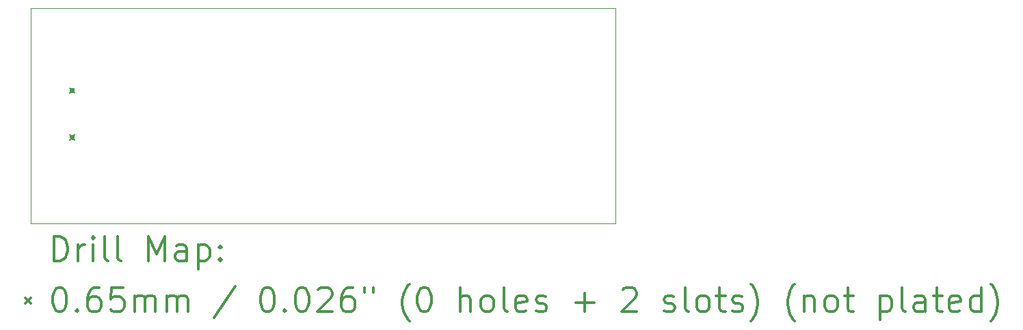
<source format=gbr>
%FSLAX45Y45*%
G04 Gerber Fmt 4.5, Leading zero omitted, Abs format (unit mm)*
G04 Created by KiCad (PCBNEW 5.1.9+dfsg1-1) date 2022-01-14 18:58:47*
%MOMM*%
%LPD*%
G01*
G04 APERTURE LIST*
%TA.AperFunction,Profile*%
%ADD10C,0.050000*%
%TD*%
%ADD11C,0.200000*%
%ADD12C,0.300000*%
G04 APERTURE END LIST*
D10*
X10096500Y-8826500D02*
X10096500Y-6159500D01*
X10096500Y-8826500D02*
X17335500Y-8826500D01*
X17335500Y-8826500D02*
X17335500Y-6159500D01*
X10096500Y-6159500D02*
X17335500Y-6159500D01*
D11*
X10574000Y-7152450D02*
X10639000Y-7217450D01*
X10639000Y-7152450D02*
X10574000Y-7217450D01*
X10606500Y-7162450D02*
X10606500Y-7162450D01*
X10606500Y-7207450D02*
X10606500Y-7207450D01*
X10606500Y-7162450D02*
G75*
G03*
X10606500Y-7207450I0J-22500D01*
G01*
X10606500Y-7207450D02*
G75*
G03*
X10606500Y-7162450I0J22500D01*
G01*
X10574000Y-7730450D02*
X10639000Y-7795450D01*
X10639000Y-7730450D02*
X10574000Y-7795450D01*
X10606500Y-7740450D02*
X10606500Y-7740450D01*
X10606500Y-7785450D02*
X10606500Y-7785450D01*
X10606500Y-7740450D02*
G75*
G03*
X10606500Y-7785450I0J-22500D01*
G01*
X10606500Y-7785450D02*
G75*
G03*
X10606500Y-7740450I0J22500D01*
G01*
D12*
X10380428Y-9294714D02*
X10380428Y-8994714D01*
X10451857Y-8994714D01*
X10494714Y-9009000D01*
X10523286Y-9037572D01*
X10537571Y-9066143D01*
X10551857Y-9123286D01*
X10551857Y-9166143D01*
X10537571Y-9223286D01*
X10523286Y-9251857D01*
X10494714Y-9280429D01*
X10451857Y-9294714D01*
X10380428Y-9294714D01*
X10680428Y-9294714D02*
X10680428Y-9094714D01*
X10680428Y-9151857D02*
X10694714Y-9123286D01*
X10709000Y-9109000D01*
X10737571Y-9094714D01*
X10766143Y-9094714D01*
X10866143Y-9294714D02*
X10866143Y-9094714D01*
X10866143Y-8994714D02*
X10851857Y-9009000D01*
X10866143Y-9023286D01*
X10880428Y-9009000D01*
X10866143Y-8994714D01*
X10866143Y-9023286D01*
X11051857Y-9294714D02*
X11023286Y-9280429D01*
X11009000Y-9251857D01*
X11009000Y-8994714D01*
X11209000Y-9294714D02*
X11180428Y-9280429D01*
X11166143Y-9251857D01*
X11166143Y-8994714D01*
X11551857Y-9294714D02*
X11551857Y-8994714D01*
X11651857Y-9209000D01*
X11751857Y-8994714D01*
X11751857Y-9294714D01*
X12023286Y-9294714D02*
X12023286Y-9137572D01*
X12009000Y-9109000D01*
X11980428Y-9094714D01*
X11923286Y-9094714D01*
X11894714Y-9109000D01*
X12023286Y-9280429D02*
X11994714Y-9294714D01*
X11923286Y-9294714D01*
X11894714Y-9280429D01*
X11880428Y-9251857D01*
X11880428Y-9223286D01*
X11894714Y-9194714D01*
X11923286Y-9180429D01*
X11994714Y-9180429D01*
X12023286Y-9166143D01*
X12166143Y-9094714D02*
X12166143Y-9394714D01*
X12166143Y-9109000D02*
X12194714Y-9094714D01*
X12251857Y-9094714D01*
X12280428Y-9109000D01*
X12294714Y-9123286D01*
X12309000Y-9151857D01*
X12309000Y-9237572D01*
X12294714Y-9266143D01*
X12280428Y-9280429D01*
X12251857Y-9294714D01*
X12194714Y-9294714D01*
X12166143Y-9280429D01*
X12437571Y-9266143D02*
X12451857Y-9280429D01*
X12437571Y-9294714D01*
X12423286Y-9280429D01*
X12437571Y-9266143D01*
X12437571Y-9294714D01*
X12437571Y-9109000D02*
X12451857Y-9123286D01*
X12437571Y-9137572D01*
X12423286Y-9123286D01*
X12437571Y-9109000D01*
X12437571Y-9137572D01*
X10029000Y-9756500D02*
X10094000Y-9821500D01*
X10094000Y-9756500D02*
X10029000Y-9821500D01*
X10437571Y-9624714D02*
X10466143Y-9624714D01*
X10494714Y-9639000D01*
X10509000Y-9653286D01*
X10523286Y-9681857D01*
X10537571Y-9739000D01*
X10537571Y-9810429D01*
X10523286Y-9867572D01*
X10509000Y-9896143D01*
X10494714Y-9910429D01*
X10466143Y-9924714D01*
X10437571Y-9924714D01*
X10409000Y-9910429D01*
X10394714Y-9896143D01*
X10380428Y-9867572D01*
X10366143Y-9810429D01*
X10366143Y-9739000D01*
X10380428Y-9681857D01*
X10394714Y-9653286D01*
X10409000Y-9639000D01*
X10437571Y-9624714D01*
X10666143Y-9896143D02*
X10680428Y-9910429D01*
X10666143Y-9924714D01*
X10651857Y-9910429D01*
X10666143Y-9896143D01*
X10666143Y-9924714D01*
X10937571Y-9624714D02*
X10880428Y-9624714D01*
X10851857Y-9639000D01*
X10837571Y-9653286D01*
X10809000Y-9696143D01*
X10794714Y-9753286D01*
X10794714Y-9867572D01*
X10809000Y-9896143D01*
X10823286Y-9910429D01*
X10851857Y-9924714D01*
X10909000Y-9924714D01*
X10937571Y-9910429D01*
X10951857Y-9896143D01*
X10966143Y-9867572D01*
X10966143Y-9796143D01*
X10951857Y-9767572D01*
X10937571Y-9753286D01*
X10909000Y-9739000D01*
X10851857Y-9739000D01*
X10823286Y-9753286D01*
X10809000Y-9767572D01*
X10794714Y-9796143D01*
X11237571Y-9624714D02*
X11094714Y-9624714D01*
X11080428Y-9767572D01*
X11094714Y-9753286D01*
X11123286Y-9739000D01*
X11194714Y-9739000D01*
X11223286Y-9753286D01*
X11237571Y-9767572D01*
X11251857Y-9796143D01*
X11251857Y-9867572D01*
X11237571Y-9896143D01*
X11223286Y-9910429D01*
X11194714Y-9924714D01*
X11123286Y-9924714D01*
X11094714Y-9910429D01*
X11080428Y-9896143D01*
X11380428Y-9924714D02*
X11380428Y-9724714D01*
X11380428Y-9753286D02*
X11394714Y-9739000D01*
X11423286Y-9724714D01*
X11466143Y-9724714D01*
X11494714Y-9739000D01*
X11509000Y-9767572D01*
X11509000Y-9924714D01*
X11509000Y-9767572D02*
X11523286Y-9739000D01*
X11551857Y-9724714D01*
X11594714Y-9724714D01*
X11623286Y-9739000D01*
X11637571Y-9767572D01*
X11637571Y-9924714D01*
X11780428Y-9924714D02*
X11780428Y-9724714D01*
X11780428Y-9753286D02*
X11794714Y-9739000D01*
X11823286Y-9724714D01*
X11866143Y-9724714D01*
X11894714Y-9739000D01*
X11909000Y-9767572D01*
X11909000Y-9924714D01*
X11909000Y-9767572D02*
X11923286Y-9739000D01*
X11951857Y-9724714D01*
X11994714Y-9724714D01*
X12023286Y-9739000D01*
X12037571Y-9767572D01*
X12037571Y-9924714D01*
X12623286Y-9610429D02*
X12366143Y-9996143D01*
X13009000Y-9624714D02*
X13037571Y-9624714D01*
X13066143Y-9639000D01*
X13080428Y-9653286D01*
X13094714Y-9681857D01*
X13109000Y-9739000D01*
X13109000Y-9810429D01*
X13094714Y-9867572D01*
X13080428Y-9896143D01*
X13066143Y-9910429D01*
X13037571Y-9924714D01*
X13009000Y-9924714D01*
X12980428Y-9910429D01*
X12966143Y-9896143D01*
X12951857Y-9867572D01*
X12937571Y-9810429D01*
X12937571Y-9739000D01*
X12951857Y-9681857D01*
X12966143Y-9653286D01*
X12980428Y-9639000D01*
X13009000Y-9624714D01*
X13237571Y-9896143D02*
X13251857Y-9910429D01*
X13237571Y-9924714D01*
X13223286Y-9910429D01*
X13237571Y-9896143D01*
X13237571Y-9924714D01*
X13437571Y-9624714D02*
X13466143Y-9624714D01*
X13494714Y-9639000D01*
X13509000Y-9653286D01*
X13523286Y-9681857D01*
X13537571Y-9739000D01*
X13537571Y-9810429D01*
X13523286Y-9867572D01*
X13509000Y-9896143D01*
X13494714Y-9910429D01*
X13466143Y-9924714D01*
X13437571Y-9924714D01*
X13409000Y-9910429D01*
X13394714Y-9896143D01*
X13380428Y-9867572D01*
X13366143Y-9810429D01*
X13366143Y-9739000D01*
X13380428Y-9681857D01*
X13394714Y-9653286D01*
X13409000Y-9639000D01*
X13437571Y-9624714D01*
X13651857Y-9653286D02*
X13666143Y-9639000D01*
X13694714Y-9624714D01*
X13766143Y-9624714D01*
X13794714Y-9639000D01*
X13809000Y-9653286D01*
X13823286Y-9681857D01*
X13823286Y-9710429D01*
X13809000Y-9753286D01*
X13637571Y-9924714D01*
X13823286Y-9924714D01*
X14080428Y-9624714D02*
X14023286Y-9624714D01*
X13994714Y-9639000D01*
X13980428Y-9653286D01*
X13951857Y-9696143D01*
X13937571Y-9753286D01*
X13937571Y-9867572D01*
X13951857Y-9896143D01*
X13966143Y-9910429D01*
X13994714Y-9924714D01*
X14051857Y-9924714D01*
X14080428Y-9910429D01*
X14094714Y-9896143D01*
X14109000Y-9867572D01*
X14109000Y-9796143D01*
X14094714Y-9767572D01*
X14080428Y-9753286D01*
X14051857Y-9739000D01*
X13994714Y-9739000D01*
X13966143Y-9753286D01*
X13951857Y-9767572D01*
X13937571Y-9796143D01*
X14223286Y-9624714D02*
X14223286Y-9681857D01*
X14337571Y-9624714D02*
X14337571Y-9681857D01*
X14780428Y-10039000D02*
X14766143Y-10024714D01*
X14737571Y-9981857D01*
X14723286Y-9953286D01*
X14709000Y-9910429D01*
X14694714Y-9839000D01*
X14694714Y-9781857D01*
X14709000Y-9710429D01*
X14723286Y-9667572D01*
X14737571Y-9639000D01*
X14766143Y-9596143D01*
X14780428Y-9581857D01*
X14951857Y-9624714D02*
X14980428Y-9624714D01*
X15009000Y-9639000D01*
X15023286Y-9653286D01*
X15037571Y-9681857D01*
X15051857Y-9739000D01*
X15051857Y-9810429D01*
X15037571Y-9867572D01*
X15023286Y-9896143D01*
X15009000Y-9910429D01*
X14980428Y-9924714D01*
X14951857Y-9924714D01*
X14923286Y-9910429D01*
X14909000Y-9896143D01*
X14894714Y-9867572D01*
X14880428Y-9810429D01*
X14880428Y-9739000D01*
X14894714Y-9681857D01*
X14909000Y-9653286D01*
X14923286Y-9639000D01*
X14951857Y-9624714D01*
X15409000Y-9924714D02*
X15409000Y-9624714D01*
X15537571Y-9924714D02*
X15537571Y-9767572D01*
X15523286Y-9739000D01*
X15494714Y-9724714D01*
X15451857Y-9724714D01*
X15423286Y-9739000D01*
X15409000Y-9753286D01*
X15723286Y-9924714D02*
X15694714Y-9910429D01*
X15680428Y-9896143D01*
X15666143Y-9867572D01*
X15666143Y-9781857D01*
X15680428Y-9753286D01*
X15694714Y-9739000D01*
X15723286Y-9724714D01*
X15766143Y-9724714D01*
X15794714Y-9739000D01*
X15809000Y-9753286D01*
X15823286Y-9781857D01*
X15823286Y-9867572D01*
X15809000Y-9896143D01*
X15794714Y-9910429D01*
X15766143Y-9924714D01*
X15723286Y-9924714D01*
X15994714Y-9924714D02*
X15966143Y-9910429D01*
X15951857Y-9881857D01*
X15951857Y-9624714D01*
X16223286Y-9910429D02*
X16194714Y-9924714D01*
X16137571Y-9924714D01*
X16109000Y-9910429D01*
X16094714Y-9881857D01*
X16094714Y-9767572D01*
X16109000Y-9739000D01*
X16137571Y-9724714D01*
X16194714Y-9724714D01*
X16223286Y-9739000D01*
X16237571Y-9767572D01*
X16237571Y-9796143D01*
X16094714Y-9824714D01*
X16351857Y-9910429D02*
X16380428Y-9924714D01*
X16437571Y-9924714D01*
X16466143Y-9910429D01*
X16480428Y-9881857D01*
X16480428Y-9867572D01*
X16466143Y-9839000D01*
X16437571Y-9824714D01*
X16394714Y-9824714D01*
X16366143Y-9810429D01*
X16351857Y-9781857D01*
X16351857Y-9767572D01*
X16366143Y-9739000D01*
X16394714Y-9724714D01*
X16437571Y-9724714D01*
X16466143Y-9739000D01*
X16837571Y-9810429D02*
X17066143Y-9810429D01*
X16951857Y-9924714D02*
X16951857Y-9696143D01*
X17423286Y-9653286D02*
X17437571Y-9639000D01*
X17466143Y-9624714D01*
X17537571Y-9624714D01*
X17566143Y-9639000D01*
X17580428Y-9653286D01*
X17594714Y-9681857D01*
X17594714Y-9710429D01*
X17580428Y-9753286D01*
X17409000Y-9924714D01*
X17594714Y-9924714D01*
X17937571Y-9910429D02*
X17966143Y-9924714D01*
X18023286Y-9924714D01*
X18051857Y-9910429D01*
X18066143Y-9881857D01*
X18066143Y-9867572D01*
X18051857Y-9839000D01*
X18023286Y-9824714D01*
X17980428Y-9824714D01*
X17951857Y-9810429D01*
X17937571Y-9781857D01*
X17937571Y-9767572D01*
X17951857Y-9739000D01*
X17980428Y-9724714D01*
X18023286Y-9724714D01*
X18051857Y-9739000D01*
X18237571Y-9924714D02*
X18209000Y-9910429D01*
X18194714Y-9881857D01*
X18194714Y-9624714D01*
X18394714Y-9924714D02*
X18366143Y-9910429D01*
X18351857Y-9896143D01*
X18337571Y-9867572D01*
X18337571Y-9781857D01*
X18351857Y-9753286D01*
X18366143Y-9739000D01*
X18394714Y-9724714D01*
X18437571Y-9724714D01*
X18466143Y-9739000D01*
X18480428Y-9753286D01*
X18494714Y-9781857D01*
X18494714Y-9867572D01*
X18480428Y-9896143D01*
X18466143Y-9910429D01*
X18437571Y-9924714D01*
X18394714Y-9924714D01*
X18580428Y-9724714D02*
X18694714Y-9724714D01*
X18623286Y-9624714D02*
X18623286Y-9881857D01*
X18637571Y-9910429D01*
X18666143Y-9924714D01*
X18694714Y-9924714D01*
X18780428Y-9910429D02*
X18809000Y-9924714D01*
X18866143Y-9924714D01*
X18894714Y-9910429D01*
X18909000Y-9881857D01*
X18909000Y-9867572D01*
X18894714Y-9839000D01*
X18866143Y-9824714D01*
X18823286Y-9824714D01*
X18794714Y-9810429D01*
X18780428Y-9781857D01*
X18780428Y-9767572D01*
X18794714Y-9739000D01*
X18823286Y-9724714D01*
X18866143Y-9724714D01*
X18894714Y-9739000D01*
X19009000Y-10039000D02*
X19023286Y-10024714D01*
X19051857Y-9981857D01*
X19066143Y-9953286D01*
X19080428Y-9910429D01*
X19094714Y-9839000D01*
X19094714Y-9781857D01*
X19080428Y-9710429D01*
X19066143Y-9667572D01*
X19051857Y-9639000D01*
X19023286Y-9596143D01*
X19009000Y-9581857D01*
X19551857Y-10039000D02*
X19537571Y-10024714D01*
X19509000Y-9981857D01*
X19494714Y-9953286D01*
X19480428Y-9910429D01*
X19466143Y-9839000D01*
X19466143Y-9781857D01*
X19480428Y-9710429D01*
X19494714Y-9667572D01*
X19509000Y-9639000D01*
X19537571Y-9596143D01*
X19551857Y-9581857D01*
X19666143Y-9724714D02*
X19666143Y-9924714D01*
X19666143Y-9753286D02*
X19680428Y-9739000D01*
X19709000Y-9724714D01*
X19751857Y-9724714D01*
X19780428Y-9739000D01*
X19794714Y-9767572D01*
X19794714Y-9924714D01*
X19980428Y-9924714D02*
X19951857Y-9910429D01*
X19937571Y-9896143D01*
X19923286Y-9867572D01*
X19923286Y-9781857D01*
X19937571Y-9753286D01*
X19951857Y-9739000D01*
X19980428Y-9724714D01*
X20023286Y-9724714D01*
X20051857Y-9739000D01*
X20066143Y-9753286D01*
X20080428Y-9781857D01*
X20080428Y-9867572D01*
X20066143Y-9896143D01*
X20051857Y-9910429D01*
X20023286Y-9924714D01*
X19980428Y-9924714D01*
X20166143Y-9724714D02*
X20280428Y-9724714D01*
X20209000Y-9624714D02*
X20209000Y-9881857D01*
X20223286Y-9910429D01*
X20251857Y-9924714D01*
X20280428Y-9924714D01*
X20609000Y-9724714D02*
X20609000Y-10024714D01*
X20609000Y-9739000D02*
X20637571Y-9724714D01*
X20694714Y-9724714D01*
X20723286Y-9739000D01*
X20737571Y-9753286D01*
X20751857Y-9781857D01*
X20751857Y-9867572D01*
X20737571Y-9896143D01*
X20723286Y-9910429D01*
X20694714Y-9924714D01*
X20637571Y-9924714D01*
X20609000Y-9910429D01*
X20923286Y-9924714D02*
X20894714Y-9910429D01*
X20880428Y-9881857D01*
X20880428Y-9624714D01*
X21166143Y-9924714D02*
X21166143Y-9767572D01*
X21151857Y-9739000D01*
X21123286Y-9724714D01*
X21066143Y-9724714D01*
X21037571Y-9739000D01*
X21166143Y-9910429D02*
X21137571Y-9924714D01*
X21066143Y-9924714D01*
X21037571Y-9910429D01*
X21023286Y-9881857D01*
X21023286Y-9853286D01*
X21037571Y-9824714D01*
X21066143Y-9810429D01*
X21137571Y-9810429D01*
X21166143Y-9796143D01*
X21266143Y-9724714D02*
X21380428Y-9724714D01*
X21309000Y-9624714D02*
X21309000Y-9881857D01*
X21323286Y-9910429D01*
X21351857Y-9924714D01*
X21380428Y-9924714D01*
X21594714Y-9910429D02*
X21566143Y-9924714D01*
X21509000Y-9924714D01*
X21480428Y-9910429D01*
X21466143Y-9881857D01*
X21466143Y-9767572D01*
X21480428Y-9739000D01*
X21509000Y-9724714D01*
X21566143Y-9724714D01*
X21594714Y-9739000D01*
X21609000Y-9767572D01*
X21609000Y-9796143D01*
X21466143Y-9824714D01*
X21866143Y-9924714D02*
X21866143Y-9624714D01*
X21866143Y-9910429D02*
X21837571Y-9924714D01*
X21780428Y-9924714D01*
X21751857Y-9910429D01*
X21737571Y-9896143D01*
X21723286Y-9867572D01*
X21723286Y-9781857D01*
X21737571Y-9753286D01*
X21751857Y-9739000D01*
X21780428Y-9724714D01*
X21837571Y-9724714D01*
X21866143Y-9739000D01*
X21980428Y-10039000D02*
X21994714Y-10024714D01*
X22023286Y-9981857D01*
X22037571Y-9953286D01*
X22051857Y-9910429D01*
X22066143Y-9839000D01*
X22066143Y-9781857D01*
X22051857Y-9710429D01*
X22037571Y-9667572D01*
X22023286Y-9639000D01*
X21994714Y-9596143D01*
X21980428Y-9581857D01*
M02*

</source>
